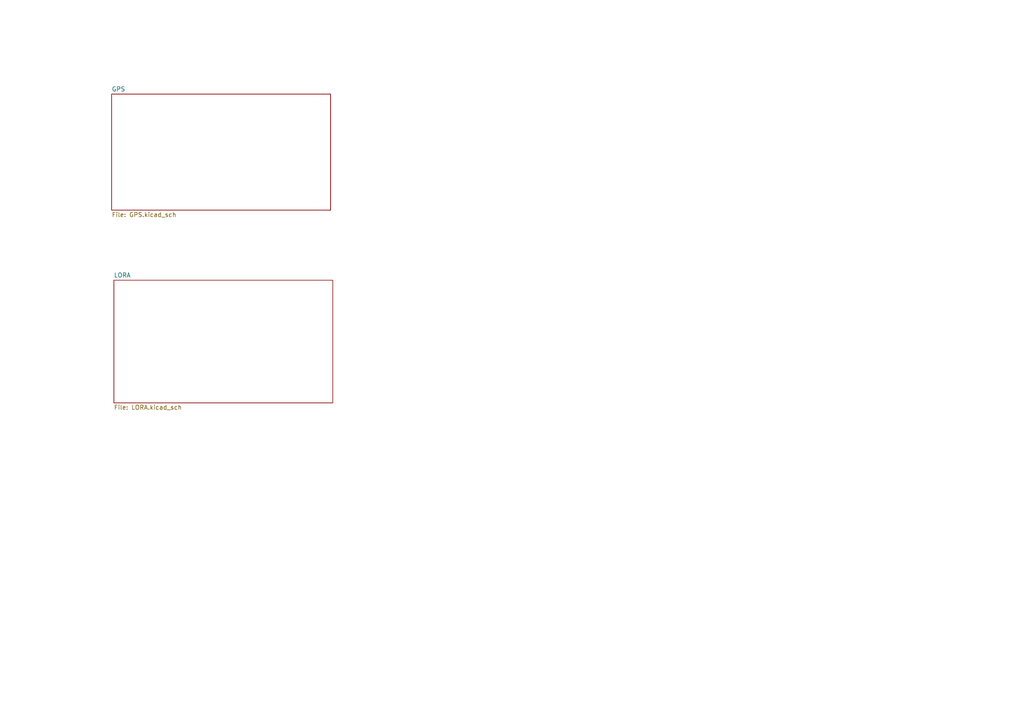
<source format=kicad_sch>
(kicad_sch
	(version 20231120)
	(generator "eeschema")
	(generator_version "8.0")
	(uuid "601a88ea-2da7-4ec4-b637-f587eb4ba821")
	(paper "A4")
	(lib_symbols)
	(sheet
		(at 32.385 27.305)
		(size 63.5 33.655)
		(fields_autoplaced yes)
		(stroke
			(width 0.1524)
			(type solid)
		)
		(fill
			(color 0 0 0 0.0000)
		)
		(uuid "57c5955f-b8b9-4575-a804-102112654a2f")
		(property "Sheetname" "GPS"
			(at 32.385 26.5934 0)
			(effects
				(font
					(size 1.27 1.27)
				)
				(justify left bottom)
			)
		)
		(property "Sheetfile" "GPS.kicad_sch"
			(at 32.385 61.5446 0)
			(effects
				(font
					(size 1.27 1.27)
				)
				(justify left top)
			)
		)
		(instances
			(project "hw_wireless_testboard"
				(path "/601a88ea-2da7-4ec4-b637-f587eb4ba821"
					(page "2")
				)
			)
		)
	)
	(sheet
		(at 33.02 81.28)
		(size 63.5 35.56)
		(fields_autoplaced yes)
		(stroke
			(width 0.1524)
			(type solid)
		)
		(fill
			(color 0 0 0 0.0000)
		)
		(uuid "bb3f05b6-a894-434f-9e49-66933fc7049f")
		(property "Sheetname" "LORA"
			(at 33.02 80.5684 0)
			(effects
				(font
					(size 1.27 1.27)
				)
				(justify left bottom)
			)
		)
		(property "Sheetfile" "LORA.kicad_sch"
			(at 33.02 117.4246 0)
			(effects
				(font
					(size 1.27 1.27)
				)
				(justify left top)
			)
		)
		(instances
			(project "hw_wireless_testboard"
				(path "/601a88ea-2da7-4ec4-b637-f587eb4ba821"
					(page "3")
				)
			)
		)
	)
	(sheet_instances
		(path "/"
			(page "1")
		)
	)
)

</source>
